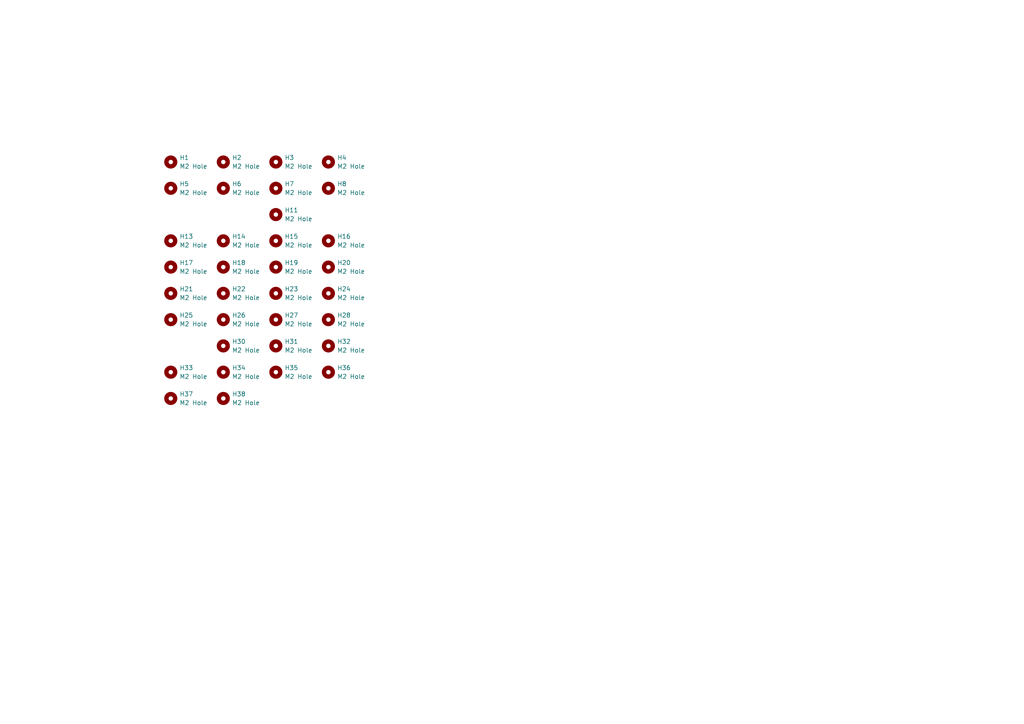
<source format=kicad_sch>
(kicad_sch (version 20230121) (generator eeschema)
  (paper "A4")
  (title_block (title "Le Capybara") (date "2023-08-22") (rev "0.1") (company "sporkus"))
  (lib_symbols
    (symbol "Mechanical:MountingHole" (pin_names (offset 1.016))
      (property "Reference" "H" (at 0 5.08 0))
      (property "Value" "MountingHole" (at 0 3.175 0))
      (symbol "MountingHole_0_1"
        (circle (center 0 0) (radius 1.27) (stroke (width 1.27)))
      )
    )
  )
  (symbol (lib_id "Mechanical:MountingHole") (at 49.53 54.61 0) (unit 1)
    (property "Reference" "H5" (at 52.07 53.34 0) (effects (justify left)))
    (property "Value" "M2 Hole" (at 52.07 55.88 0) (effects (justify left)))
    (property "Footprint" "MountingHole:MountingHole_2.2mm_M2_DIN965" (effects hide))
  )
  (symbol (lib_id "Mechanical:MountingHole") (at 64.77 69.85 0) (unit 1)
    (property "Reference" "H14" (at 67.31 68.58 0) (effects (justify left)))
    (property "Value" "M2 Hole" (at 67.31 71.12 0) (effects (justify left)))
    (property "Footprint" "MountingHole:MountingHole_2.2mm_M2_DIN965" (effects hide))
    (instances (project "le_capybara" (path "" (reference "H14") (unit 1)) (path "" (reference "H11") (unit 1))))
  )
  (symbol (lib_id "Mechanical:MountingHole") (at 80.01 85.09 0) (unit 1)
    (property "Reference" "H23" (at 82.55 83.82 0) (effects (justify left)))
    (property "Value" "M2 Hole" (at 82.55 86.36 0) (effects (justify left)))
    (property "Footprint" "MountingHole:MountingHole_2.2mm_M2_DIN965" (effects hide))
    (instances (project "le_capybara" (path "" (reference "H23") (unit 1)) (path "" (reference "H20") (unit 1))))
  )
  (symbol (lib_id "Mechanical:MountingHole") (at 64.77 46.99 0) (unit 1)
    (property "Reference" "H2" (at 67.31 45.72 0) (effects (justify left)))
    (property "Value" "M2 Hole" (at 67.31 48.26 0) (effects (justify left)))
    (property "Footprint" "MountingHole:MountingHole_2.2mm_M2_DIN965" (effects hide))
  )
  (symbol (lib_id "Mechanical:MountingHole") (at 64.77 92.71 0) (unit 1)
    (property "Reference" "H26" (at 67.31 91.44 0) (effects (justify left)))
    (property "Value" "M2 Hole" (at 67.31 93.98 0) (effects (justify left)))
    (property "Footprint" "MountingHole:MountingHole_2.2mm_M2_DIN965" (effects hide))
    (instances (project "le_capybara" (path "" (reference "H26") (unit 1)) (path "" (reference "H23") (unit 1))))
  )
  (symbol (lib_id "Mechanical:MountingHole") (at 49.53 107.95 0) (unit 1)
    (property "Reference" "H33" (at 52.07 106.68 0) (effects (justify left)))
    (property "Value" "M2 Hole" (at 52.07 109.22 0) (effects (justify left)))
    (property "Footprint" "MountingHole:MountingHole_2.2mm_M2_DIN965" (effects hide))
    (instances (project "le_capybara" (path "" (reference "H33") (unit 1)) (path "" (reference "H29") (unit 1))))
  )
  (symbol (lib_id "Mechanical:MountingHole") (at 64.77 54.61 0) (unit 1)
    (property "Reference" "H6" (at 67.31 53.34 0) (effects (justify left)))
    (property "Value" "M2 Hole" (at 67.31 55.88 0) (effects (justify left)))
    (property "Footprint" "MountingHole:MountingHole_2.2mm_M2_DIN965" (effects hide))
  )
  (symbol (lib_id "Mechanical:MountingHole") (at 64.77 77.47 0) (unit 1)
    (property "Reference" "H18" (at 67.31 76.2 0) (effects (justify left)))
    (property "Value" "M2 Hole" (at 67.31 78.74 0) (effects (justify left)))
    (property "Footprint" "MountingHole:MountingHole_2.2mm_M2_DIN965" (effects hide))
    (instances (project "le_capybara" (path "" (reference "H18") (unit 1)) (path "" (reference "H15") (unit 1))))
  )
  (symbol (lib_id "Mechanical:MountingHole") (at 95.25 54.61 0) (unit 1)
    (property "Reference" "H8" (at 97.79 53.34 0) (effects (justify left)))
    (property "Value" "M2 Hole" (at 97.79 55.88 0) (effects (justify left)))
    (property "Footprint" "MountingHole:MountingHole_2.2mm_M2_DIN965" (effects hide))
  )
  (symbol (lib_id "Mechanical:MountingHole") (at 95.25 77.47 0) (unit 1)
    (property "Reference" "H20" (at 97.79 76.2 0) (effects (justify left)))
    (property "Value" "M2 Hole" (at 97.79 78.74 0) (effects (justify left)))
    (property "Footprint" "MountingHole:MountingHole_2.2mm_M2_DIN965" (effects hide))
    (instances (project "le_capybara" (path "" (reference "H20") (unit 1)) (path "" (reference "H17") (unit 1))))
  )
  (symbol (lib_id "Mechanical:MountingHole") (at 64.77 85.09 0) (unit 1)
    (property "Reference" "H22" (at 67.31 83.82 0) (effects (justify left)))
    (property "Value" "M2 Hole" (at 67.31 86.36 0) (effects (justify left)))
    (property "Footprint" "MountingHole:MountingHole_2.2mm_M2_DIN965" (effects hide))
    (instances (project "le_capybara" (path "" (reference "H22") (unit 1)) (path "" (reference "H19") (unit 1))))
  )
  (symbol (lib_id "Mechanical:MountingHole") (at 80.01 62.23 0) (unit 1)
    (property "Reference" "H11" (at 82.55 60.96 0) (effects (justify left)))
    (property "Value" "M2 Hole" (at 82.55 63.5 0) (effects (justify left)))
    (property "Footprint" "MountingHole:MountingHole_2.2mm_M2_DIN965" (effects hide))
    (instances (project "le_capybara" (path "" (reference "H11") (unit 1)) (path "" (reference "H9") (unit 1))))
  )
  (symbol (lib_id "Mechanical:MountingHole") (at 80.01 69.85 0) (unit 1)
    (property "Reference" "H15" (at 82.55 68.58 0) (effects (justify left)))
    (property "Value" "M2 Hole" (at 82.55 71.12 0) (effects (justify left)))
    (property "Footprint" "MountingHole:MountingHole_2.2mm_M2_DIN965" (effects hide))
    (instances (project "le_capybara" (path "" (reference "H15") (unit 1)) (path "" (reference "H12") (unit 1))))
  )
  (symbol (lib_id "Mechanical:MountingHole") (at 95.25 107.95 0) (unit 1)
    (property "Reference" "H36" (at 97.79 106.68 0) (effects (justify left)))
    (property "Value" "M2 Hole" (at 97.79 109.22 0) (effects (justify left)))
    (property "Footprint" "MountingHole:MountingHole_2.2mm_M2_DIN965" (effects hide))
    (instances (project "le_capybara" (path "" (reference "H36") (unit 1)) (path "" (reference "H32") (unit 1))))
  )
  (symbol (lib_id "Mechanical:MountingHole") (at 95.25 69.85 0) (unit 1)
    (property "Reference" "H16" (at 97.79 68.58 0) (effects (justify left)))
    (property "Value" "M2 Hole" (at 97.79 71.12 0) (effects (justify left)))
    (property "Footprint" "MountingHole:MountingHole_2.2mm_M2_DIN965" (effects hide))
    (instances (project "le_capybara" (path "" (reference "H16") (unit 1)) (path "" (reference "H13") (unit 1))))
  )
  (symbol (lib_id "Mechanical:MountingHole") (at 49.53 85.09 0) (unit 1)
    (property "Reference" "H21" (at 52.07 83.82 0) (effects (justify left)))
    (property "Value" "M2 Hole" (at 52.07 86.36 0) (effects (justify left)))
    (property "Footprint" "MountingHole:MountingHole_2.2mm_M2_DIN965" (effects hide))
    (instances (project "le_capybara" (path "" (reference "H21") (unit 1)) (path "" (reference "H18") (unit 1))))
  )
  (symbol (lib_id "Mechanical:MountingHole") (at 49.53 115.57 0) (unit 1)
    (property "Reference" "H37" (at 52.07 114.3 0) (effects (justify left)))
    (property "Value" "M2 Hole" (at 52.07 116.84 0) (effects (justify left)))
    (property "Footprint" "MountingHole:MountingHole_2.2mm_M2_DIN965" (effects hide))
    (instances (project "le_capybara" (path "" (reference "H37") (unit 1)) (path "" (reference "H33") (unit 1))))
  )
  (symbol (lib_id "Mechanical:MountingHole") (at 80.01 100.33 0) (unit 1)
    (property "Reference" "H31" (at 82.55 99.06 0) (effects (justify left)))
    (property "Value" "M2 Hole" (at 82.55 101.6 0) (effects (justify left)))
    (property "Footprint" "MountingHole:MountingHole_2.2mm_M2_DIN965" (effects hide))
    (instances (project "le_capybara" (path "" (reference "H31") (unit 1)) (path "" (reference "H27") (unit 1))))
  )
  (symbol (lib_id "Mechanical:MountingHole") (at 80.01 77.47 0) (unit 1)
    (property "Reference" "H19" (at 82.55 76.2 0) (effects (justify left)))
    (property "Value" "M2 Hole" (at 82.55 78.74 0) (effects (justify left)))
    (property "Footprint" "MountingHole:MountingHole_2.2mm_M2_DIN965" (effects hide))
    (instances (project "le_capybara" (path "" (reference "H19") (unit 1)) (path "" (reference "H16") (unit 1))))
  )
  (symbol (lib_id "Mechanical:MountingHole") (at 80.01 107.95 0) (unit 1)
    (property "Reference" "H35" (at 82.55 106.68 0) (effects (justify left)))
    (property "Value" "M2 Hole" (at 82.55 109.22 0) (effects (justify left)))
    (property "Footprint" "MountingHole:MountingHole_2.2mm_M2_DIN965" (effects hide))
    (instances (project "le_capybara" (path "" (reference "H35") (unit 1)) (path "" (reference "H31") (unit 1))))
  )
  (symbol (lib_id "Mechanical:MountingHole") (at 95.25 46.99 0) (unit 1)
    (property "Reference" "H4" (at 97.79 45.72 0) (effects (justify left)))
    (property "Value" "M2 Hole" (at 97.79 48.26 0) (effects (justify left)))
    (property "Footprint" "MountingHole:MountingHole_2.2mm_M2_DIN965" (effects hide))
  )
  (symbol (lib_id "Mechanical:MountingHole") (at 80.01 54.61 0) (unit 1)
    (property "Reference" "H7" (at 82.55 53.34 0) (effects (justify left)))
    (property "Value" "M2 Hole" (at 82.55 55.88 0) (effects (justify left)))
    (property "Footprint" "MountingHole:MountingHole_2.2mm_M2_DIN965" (effects hide))
  )
  (symbol (lib_id "Mechanical:MountingHole") (at 64.77 115.57 0) (unit 1)
    (property "Reference" "H38" (at 67.31 114.3 0) (effects (justify left)))
    (property "Value" "M2 Hole" (at 67.31 116.84 0) (effects (justify left)))
    (property "Footprint" "MountingHole:MountingHole_2.2mm_M2_DIN965" (effects hide))
    (instances (project "le_capybara" (path "" (reference "H38") (unit 1)) (path "" (reference "H34") (unit 1))))
  )
  (symbol (lib_id "Mechanical:MountingHole") (at 49.53 77.47 0) (unit 1)
    (property "Reference" "H17" (at 52.07 76.2 0) (effects (justify left)))
    (property "Value" "M2 Hole" (at 52.07 78.74 0) (effects (justify left)))
    (property "Footprint" "MountingHole:MountingHole_2.2mm_M2_DIN965" (effects hide))
    (instances (project "le_capybara" (path "" (reference "H17") (unit 1)) (path "" (reference "H14") (unit 1))))
  )
  (symbol (lib_id "Mechanical:MountingHole") (at 95.25 85.09 0) (unit 1)
    (property "Reference" "H24" (at 97.79 83.82 0) (effects (justify left)))
    (property "Value" "M2 Hole" (at 97.79 86.36 0) (effects (justify left)))
    (property "Footprint" "MountingHole:MountingHole_2.2mm_M2_DIN965" (effects hide))
    (instances (project "le_capybara" (path "" (reference "H24") (unit 1)) (path "" (reference "H21") (unit 1))))
  )
  (symbol (lib_id "Mechanical:MountingHole") (at 80.01 46.99 0) (unit 1)
    (property "Reference" "H3" (at 82.55 45.72 0) (effects (justify left)))
    (property "Value" "M2 Hole" (at 82.55 48.26 0) (effects (justify left)))
    (property "Footprint" "MountingHole:MountingHole_2.2mm_M2_DIN965" (effects hide))
  )
  (symbol (lib_id "Mechanical:MountingHole") (at 49.53 46.99 0) (unit 1)
    (property "Reference" "H1" (at 52.07 45.72 0) (effects (justify left)))
    (property "Value" "M2 Hole" (at 52.07 48.26 0) (effects (justify left)))
    (property "Footprint" "MountingHole:MountingHole_2.2mm_M2_DIN965" (effects hide))
  )
  (symbol (lib_id "Mechanical:MountingHole") (at 64.77 100.33 0) (unit 1)
    (property "Reference" "H30" (at 67.31 99.06 0) (effects (justify left)))
    (property "Value" "M2 Hole" (at 67.31 101.6 0) (effects (justify left)))
    (property "Footprint" "MountingHole:MountingHole_2.2mm_M2_DIN965" (effects hide))
    (instances (project "le_capybara" (path "" (reference "H30") (unit 1)) (path "" (reference "H26") (unit 1))))
  )
  (symbol (lib_id "Mechanical:MountingHole") (at 64.77 107.95 0) (unit 1)
    (property "Reference" "H34" (at 67.31 106.68 0) (effects (justify left)))
    (property "Value" "M2 Hole" (at 67.31 109.22 0) (effects (justify left)))
    (property "Footprint" "MountingHole:MountingHole_2.2mm_M2_DIN965" (effects hide))
    (instances (project "le_capybara" (path "" (reference "H34") (unit 1)) (path "" (reference "H30") (unit 1))))
  )
  (symbol (lib_id "Mechanical:MountingHole") (at 49.53 69.85 0) (unit 1)
    (property "Reference" "H13" (at 52.07 68.58 0) (effects (justify left)))
    (property "Value" "M2 Hole" (at 52.07 71.12 0) (effects (justify left)))
    (property "Footprint" "MountingHole:MountingHole_2.2mm_M2_DIN965" (effects hide))
    (instances (project "le_capybara" (path "" (reference "H13") (unit 1)) (path "" (reference "H10") (unit 1))))
  )
  (symbol (lib_id "Mechanical:MountingHole") (at 95.25 100.33 0) (unit 1)
    (property "Reference" "H32" (at 97.79 99.06 0) (effects (justify left)))
    (property "Value" "M2 Hole" (at 97.79 101.6 0) (effects (justify left)))
    (property "Footprint" "MountingHole:MountingHole_2.2mm_M2_DIN965" (effects hide))
    (instances (project "le_capybara" (path "" (reference "H32") (unit 1)) (path "" (reference "H28") (unit 1))))
  )
  (symbol (lib_id "Mechanical:MountingHole") (at 95.25 92.71 0) (unit 1)
    (property "Reference" "H28" (at 97.79 91.44 0) (effects (justify left)))
    (property "Value" "M2 Hole" (at 97.79 93.98 0) (effects (justify left)))
    (property "Footprint" "MountingHole:MountingHole_2.2mm_M2_DIN965" (effects hide))
    (instances (project "le_capybara" (path "" (reference "H28") (unit 1)) (path "" (reference "H25") (unit 1))))
  )
  (symbol (lib_id "Mechanical:MountingHole") (at 80.01 92.71 0) (unit 1)
    (property "Reference" "H27" (at 82.55 91.44 0) (effects (justify left)))
    (property "Value" "M2 Hole" (at 82.55 93.98 0) (effects (justify left)))
    (property "Footprint" "MountingHole:MountingHole_2.2mm_M2_DIN965" (effects hide))
    (instances (project "le_capybara" (path "" (reference "H27") (unit 1)) (path "" (reference "H24") (unit 1))))
  )
  (symbol (lib_id "Mechanical:MountingHole") (at 49.53 92.71 0) (unit 1)
    (property "Reference" "H25" (at 52.07 91.44 0) (effects (justify left)))
    (property "Value" "M2 Hole" (at 52.07 93.98 0) (effects (justify left)))
    (property "Footprint" "MountingHole:MountingHole_2.2mm_M2_DIN965" (effects hide))
    (instances (project "le_capybara" (path "" (reference "H25") (unit 1)) (path "" (reference "H22") (unit 1))))
  )
)
</source>
